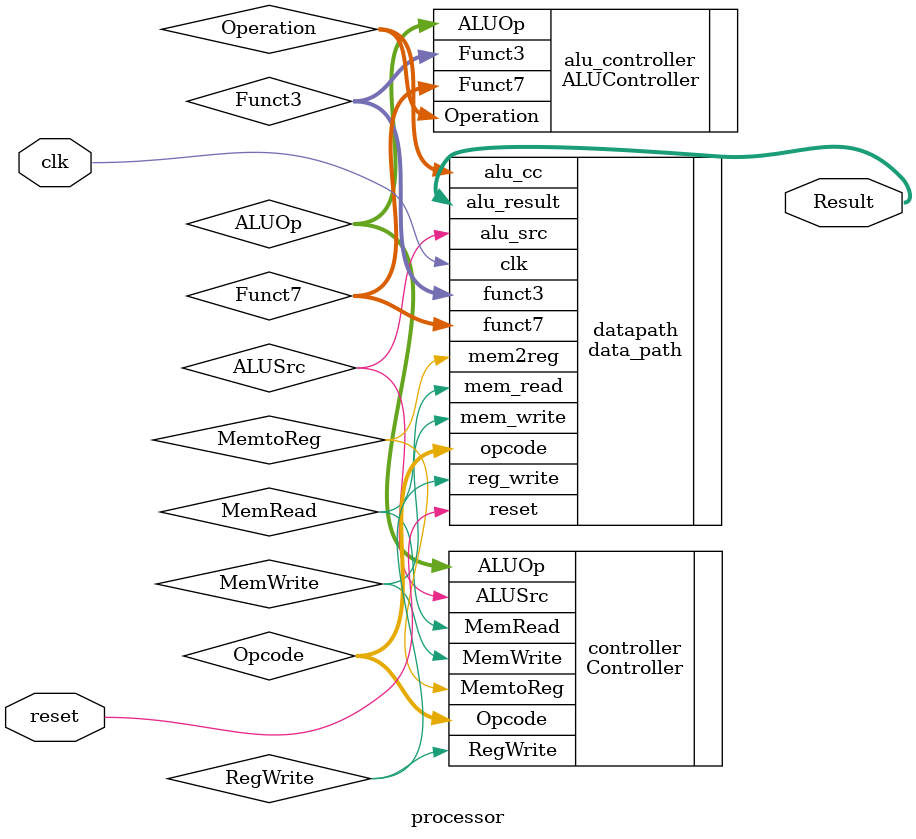
<source format=v>
`timescale 1ns / 1ps

module processor(
    input clk, reset,
    output [31:0] Result
    );
    
    // wires for inter-module connections
    wire [6:0] Funct7, Opcode;
    wire [2:0] Funct3;
    wire [3:0] Operation;
    wire ALUSrc, MemtoReg, RegWrite, MemRead, MemWrite;
    wire [1:0] ALUOp;
    
    // instantiate lower level modules
    Controller controller(.Opcode(Opcode), .ALUSrc(ALUSrc), .MemtoReg(MemtoReg), .RegWrite(RegWrite), .MemRead(MemRead), .MemWrite(MemWrite), .ALUOp(ALUOp));
    ALUController alu_controller(.ALUOp(ALUOp), .Funct7(Funct7), .Funct3(Funct3), .Operation(Operation));
    data_path datapath(.clk(clk), .reset(reset), .reg_write(RegWrite), .mem2reg(MemtoReg), .alu_src(ALUSrc), .mem_write(MemWrite), .mem_read(MemRead), .alu_cc(Operation), .opcode(Opcode), .funct7(Funct7), .funct3(Funct3), .alu_result(Result));
    
endmodule  // processor

</source>
